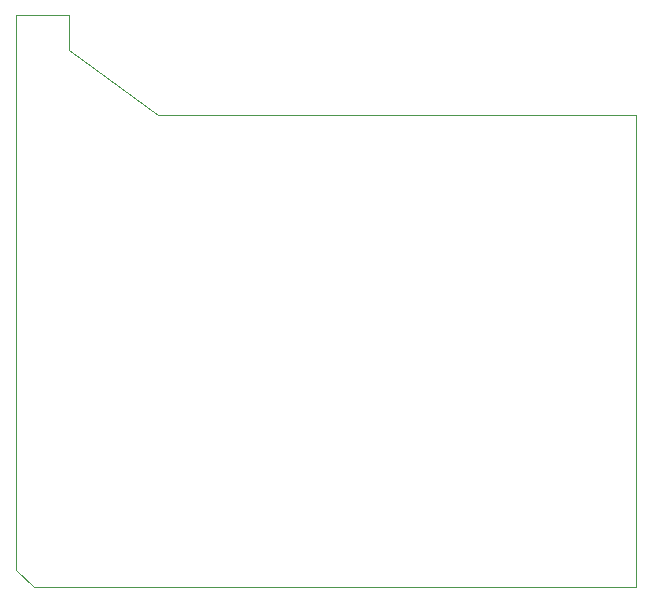
<source format=gbr>
%TF.GenerationSoftware,KiCad,Pcbnew,8.0.5*%
%TF.CreationDate,2024-11-11T20:44:43+01:00*%
%TF.ProjectId,nowa_plytka,6e6f7761-5f70-46c7-9974-6b612e6b6963,rev?*%
%TF.SameCoordinates,Original*%
%TF.FileFunction,Profile,NP*%
%FSLAX46Y46*%
G04 Gerber Fmt 4.6, Leading zero omitted, Abs format (unit mm)*
G04 Created by KiCad (PCBNEW 8.0.5) date 2024-11-11 20:44:43*
%MOMM*%
%LPD*%
G01*
G04 APERTURE LIST*
%TA.AperFunction,Profile*%
%ADD10C,0.050000*%
%TD*%
G04 APERTURE END LIST*
D10*
X115500000Y-82500000D02*
X123000000Y-88000000D01*
X163500000Y-88000000D01*
X163500000Y-128000000D01*
X112500000Y-128000000D01*
X111000000Y-126500000D01*
X111000000Y-79500000D01*
X115500000Y-79500000D01*
X115500000Y-82500000D01*
M02*

</source>
